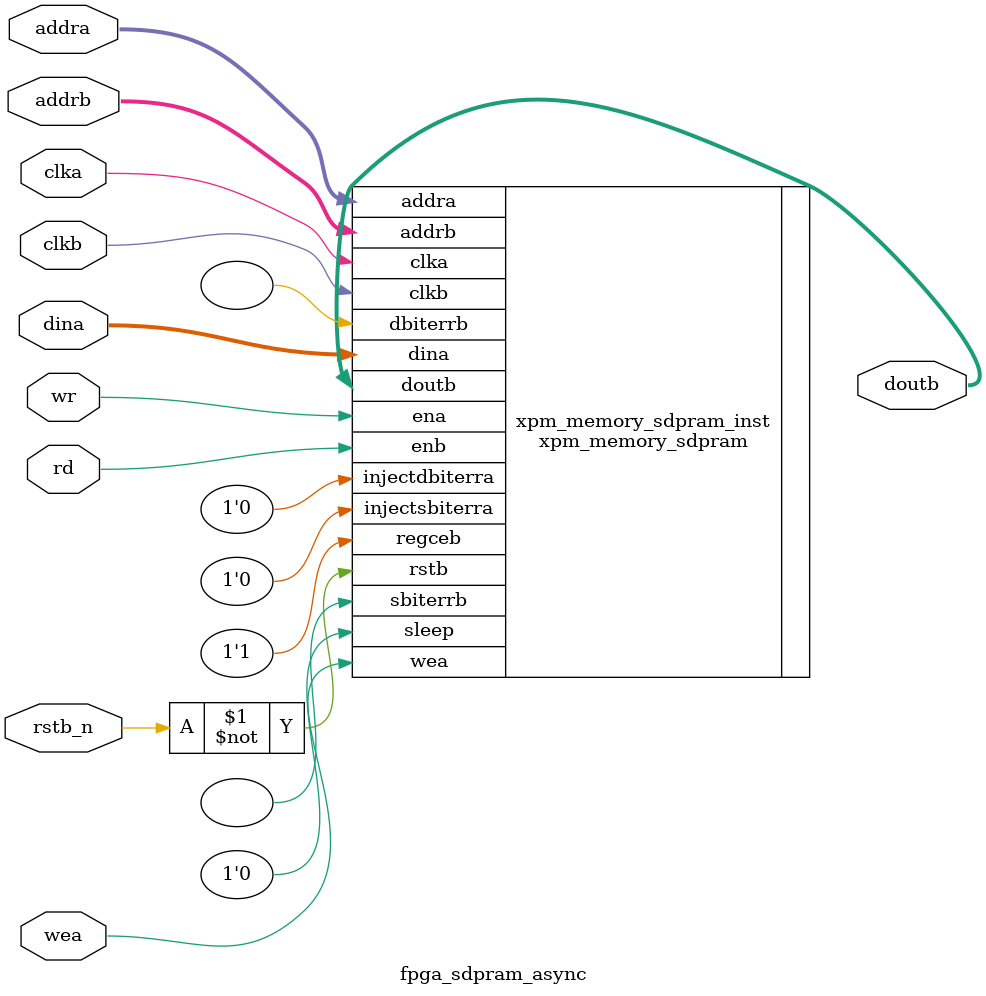
<source format=v>

module fpga_sdpram_async (/*autoarg*/
   // Outputs
   doutb,
   // Inputs
   clka, wr, addra, wea, dina, clkb, rd, rstb_n, addrb
   );

//--------------------------------------------------------------------------------------------
//  parameter define
//--------------------------------------------------------------------------------------------
parameter				ADDR_WIDTH	=	6			;
parameter				DATA_WIDTH	=	6			;
parameter				READ_LATEN  =   1           ;
parameter				BYTE_WIDTH	=	DATA_WIDTH  ;
parameter				WEA_SIZE	=	DATA_WIDTH/BYTE_WIDTH    ;
parameter				MEMORY_SIZE	=	2**ADDR_WIDTH*DATA_WIDTH ;

//--------------------------------------------------------------------------------------------
//  input & output
//--------------------------------------------------------------------------------------------
input                                clka                        ;
input                                wr                          ;
input  [ADDR_WIDTH-1:0]              addra                       ;
input  [WEA_SIZE  -1:0]              wea                         ;
input  [DATA_WIDTH-1:0]              dina   					 ;

input                                clkb                        ;
input                                rd                          ;
input                                rstb_n                      ;
input  [ADDR_WIDTH-1:0]              addrb                       ;
output [DATA_WIDTH-1:0]              doutb                       ;

//--------------------------------------------------------------------------------------------
//  xpm_memory_sdpram instance
//--------------------------------------------------------------------------------------------
   xpm_memory_sdpram #(
      .ADDR_WIDTH_A            (ADDR_WIDTH          ), // DECIMAL
      .ADDR_WIDTH_B            (ADDR_WIDTH          ), // DECIMAL
      .AUTO_SLEEP_TIME         (0                   ), // DECIMAL
      .BYTE_WRITE_WIDTH_A      (BYTE_WIDTH          ), // DECIMAL
      .CLOCKING_MODE           ("independent_clock" ), // String
      .ECC_MODE                ("no_ecc"            ), // String
      .MEMORY_INIT_FILE        ("none"              ), // String
      .MEMORY_INIT_PARAM       ("0"                 ), // String
      .MEMORY_OPTIMIZATION     ("true"              ), // String
      .MEMORY_PRIMITIVE        ("auto"              ), // String
      .MEMORY_SIZE             (MEMORY_SIZE         ), // DECIMAL
      .MESSAGE_CONTROL         (0                   ), // DECIMAL
      .READ_DATA_WIDTH_B       (DATA_WIDTH          ), // DECIMAL
      .READ_LATENCY_B          (READ_LATEN          ), // DECIMAL
      .READ_RESET_VALUE_B      ("0"                 ), // String
      .USE_EMBEDDED_CONSTRAINT (0                   ), // DECIMAL
      .USE_MEM_INIT            (1                   ), // DECIMAL
      .WAKEUP_TIME             ("disable_sleep"     ), // String
      .WRITE_DATA_WIDTH_A      (DATA_WIDTH          ), // DECIMAL
      .WRITE_MODE_B            ("read_first"        )  // String
   )
   xpm_memory_sdpram_inst (
      .dbiterrb       (        ), // 1-bit output: Status signal to indicate double bit error occurrence
                                  // on the data output of port B.

      .doutb          (doutb   ), // READ_DATA_WIDTH_B-bit output: Data output for port B read operations.
      .sbiterrb       (        ), // 1-bit output: Status signal to indicate single bit error occurrence
                                  // on the data output of port B.

      .addra          (addra   ), // ADDR_WIDTH_A-bit input: Address for port A write operations.
      .addrb          (addrb   ), // ADDR_WIDTH_B-bit input: Address for port B read operations.
      .clka           (clka    ), // 1-bit input: Clock signal for port A. Also clocks port B when
                                  // parameter CLOCKING_MODE is "common_clock".

      .clkb           (clkb    ), // 1-bit input: Clock signal for port B when parameter CLOCKING_MODE is
                                  // "independent_clock". Unused when parameter CLOCKING_MODE is
                                  // "common_clock".

      .dina           (dina    ), // WRITE_DATA_WIDTH_A-bit input: Data input for port A write operations.
      .ena            (wr      ), // 1-bit input: Memory enable signal for port A. Must be high on clock
                                  // cycles when write operations are initiated. Pipelined internally.

      .enb            (rd      ),                       // 1-bit input: Memory enable signal for port B. Must be high on clock
                                         // cycles when read operations are initiated. Pipelined internally.

      .injectdbiterra (1'b0    ), // 1-bit input: Controls double bit error injection on input data when
                                          // ECC enabled (Error injection capability is not available in
                                          // "decode_only" mode).

      .injectsbiterra (1'b0    ), // 1-bit input: Controls single bit error injection on input data when
                                  // ECC enabled (Error injection capability is not available in
                                  // "decode_only" mode).

      .regceb         (1'b1    ), // 1-bit input: Clock Enable for the last register stage on the output
                                  // data path.

      .rstb           (~rstb_n ), // 1-bit input: Reset signal for the final port B output register stage.
                                  // Synchronously resets output port doutb to the value specified by
                                  // parameter READ_RESET_VALUE_B.

      .sleep          (1'b0    ), // 1-bit input: sleep signal to enable the dynamic power saving feature.
      .wea            (wea     )  // WRITE_DATA_WIDTH_A-bit input: Write enable vector for port A input
                                  // data port dina. 1 bit wide when word-wide writes are used. In
                                  // byte-wide write configurations, each bit controls the writing one
                                  // byte of dina to address addra. For example, to synchronously write
                                  // only bits [15-8] of dina when WRITE_DATA_WIDTH_A is 32, wea would be
                                  // 4'b0010.

   );

endmodule


</source>
